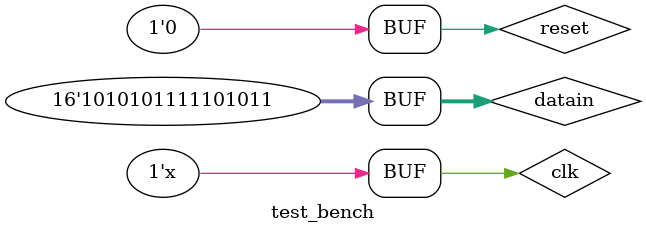
<source format=v>
`timescale 1ns / 1ps

module test_bench;
	reg clk;
	reg reset;
	reg [15:0]datain;
	wire spi_cs_l;
	wire spi_sclk;
	wire spi_data;
	wire [4:0]counter;

	spi_state dut(clk, reset, datain, spi_cs_l, spi_sclk, spi_data, counter);

	initial begin
		clk = 0;
		reset = 1;
		datain = 0;
	end

	always #5 clk=~clk;

    initial begin
    
    #10 reset=1'b0;
    
    #10  datain=16'h0412;
    #335 datain=16'h4839;
    #335 datain=16'habeb;

    end
endmodule

</source>
